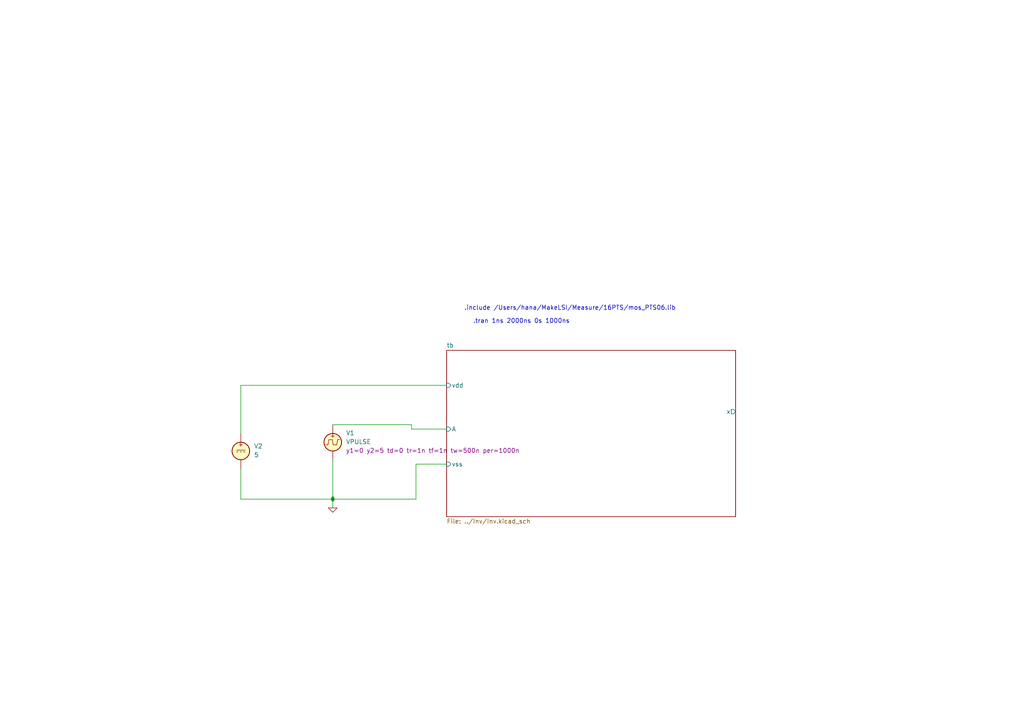
<source format=kicad_sch>
(kicad_sch (version 20230121) (generator eeschema)
  (paper "A4")
  (lib_symbols
    (symbol "OR1Symbols:0" (power) (pin_names (offset 0))
      (property "Value" "0" (at 0 -1.27 0))
      (symbol "0_0_1"
        (polyline (pts (xy -1.27 0) (xy 1.27 0) (xy 0 -1.27) (xy -1.27 0)))
      )
      (symbol "0_1_1"
        (pin power_in line (at 0 0 180) (length 0) hide (name "0") (number "1"))
      )
    )
    (symbol "Simulation_SPICE:VDC" (pin_numbers hide) (pin_names (offset 0.0254))
      (property "Reference" "V" (at 2.54 2.54 0))
      (property "Value" "1" (at 2.54 0 0))
      (symbol "VDC_0_0"
        (polyline (pts (xy -1.27 0.254) (xy 1.27 0.254)))
        (polyline (pts (xy -0.762 -0.254) (xy -1.27 -0.254)))
        (polyline (pts (xy 0.254 -0.254) (xy -0.254 -0.254)))
        (polyline (pts (xy 1.27 -0.254) (xy 0.762 -0.254)))
        (text "+" (at 0 1.905 0) (effects (font (size 1.27 1.27))))
      )
      (symbol "VDC_0_1"
        (circle (center 0 0) (radius 2.54) (stroke (width 0.254)) (fill (type background)))
      )
      (symbol "VDC_1_1"
        (pin passive line (at 0 5.08 270) (length 2.54) (name "~") (number "1"))
        (pin passive line (at 0 -5.08 90) (length 2.54) (name "~") (number "2"))
      )
    )
    (symbol "Simulation_SPICE:VPULSE" (pin_numbers hide) (pin_names (offset 0.0254))
      (property "Reference" "V" (at 2.54 2.54 0))
      (property "Value" "VPULSE" (at 2.54 0 0))
      (property "Sim.Params" "y1=0 y2=1 td=2n tr=2n tf=2n tw=50n per=100n" (at 2.54 -2.54 0))
      (symbol "VPULSE_0_0"
        (polyline (pts (xy -2.032 -0.762) (xy -1.397 -0.762) (xy -1.143 0.762) (xy -0.127 0.762) (xy 0.127 -0.762) (xy 1.143 -0.762) (xy 1.397 0.762) (xy 2.032 0.762)))
        (text "+" (at 0 1.905 0) (effects (font (size 1.27 1.27))))
      )
      (symbol "VPULSE_0_1"
        (circle (center 0 0) (radius 2.54) (stroke (width 0.254)) (fill (type background)))
      )
      (symbol "VPULSE_1_1"
        (pin passive line (at 0 5.08 270) (length 2.54) (name "~") (number "1"))
        (pin passive line (at 0 -5.08 90) (length 2.54) (name "~") (number "2"))
      )
    )
  )
  (junction (at 96.52 144.78))
  (wire (pts (xy 69.85 135.89) (xy 69.85 144.78)))
  (wire (pts (xy 129.54 111.76) (xy 69.85 111.76)))
  (wire (pts (xy 96.52 144.78) (xy 120.65 144.78)))
  (wire (pts (xy 96.52 123.19) (xy 119.38 123.19)))
  (wire (pts (xy 69.85 111.76) (xy 69.85 125.73)))
  (wire (pts (xy 129.54 134.62) (xy 120.65 134.62)))
  (wire (pts (xy 120.65 134.62) (xy 120.65 144.78)))
  (wire (pts (xy 119.38 123.19) (xy 119.38 124.46)))
  (wire (pts (xy 96.52 144.78) (xy 96.52 147.32)))
  (wire (pts (xy 119.38 124.46) (xy 129.54 124.46)))
  (wire (pts (xy 96.52 144.78) (xy 69.85 144.78)))
  (wire (pts (xy 96.52 133.35) (xy 96.52 144.78)))
  (text ".include /Users/hana/MakeLSI/Measure/16PTS/mos_PTS06.lib" (at 134.62 90.17 0) (effects (font (size 1.27 1.27)) (justify left bottom)))
  (text ".tran 1ns 2000ns 0s 1000ns" (at 137.16 93.98 0) (effects (font (size 1.27 1.27)) (justify left bottom)))
  (symbol (lib_id "Simulation_SPICE:VDC") (at 69.85 130.81 0) (unit 1)
    (property "Reference" "V2" (at 73.66 129.4102 0) (effects (justify left)))
    (property "Value" "5" (at 73.66 131.9502 0) (effects (justify left)))
    (property "Sim.Pins" "1=+ 2=-" (effects hide))
    (property "Sim.Type" "DC" (effects hide))
    (property "Sim.Device" "V" (effects hide))
  )
  (symbol (lib_id "Simulation_SPICE:VPULSE") (at 96.52 128.27 0) (unit 1)
    (property "Reference" "V1" (at 100.33 125.6002 0) (effects (justify left)))
    (property "Value" "VPULSE" (at 100.33 128.1402 0) (effects (justify left)))
    (property "Sim.Pins" "1=+ 2=-" (effects hide))
    (property "Sim.Type" "PULSE" (effects hide))
    (property "Sim.Device" "V" (effects hide))
    (property "Sim.Params" "y1=0 y2=5 td=0 tr=1n tf=1n tw=500n per=1000n" (at 100.33 130.6802 0) (effects (justify left)))
  )
  (symbol (lib_id "OR1Symbols:0") (at 96.52 147.32 0) (unit 1)
    (property "Reference" "#GND01" (effects hide))
    (property "Value" "0" (at 96.52 144.78 0))
  )
  (sheet (at 129.54 101.6) (size 83.82 48.26) (stroke (width 0.1524))
    (property "Sheetname" "tb" (at 129.54 100.8884 0) (effects (justify left bottom)))
    (property "Sheetfile" "../Inv/Inv.kicad_sch" (at 129.54 150.4446 0) (effects (justify left top)))
    (pin "x" output (at 213.36 119.38 0))
    (pin "vdd" input (at 129.54 111.76 180))
    (pin "A" input (at 129.54 124.46 180))
    (pin "vss" input (at 129.54 134.62 180))
  )
)
</source>
